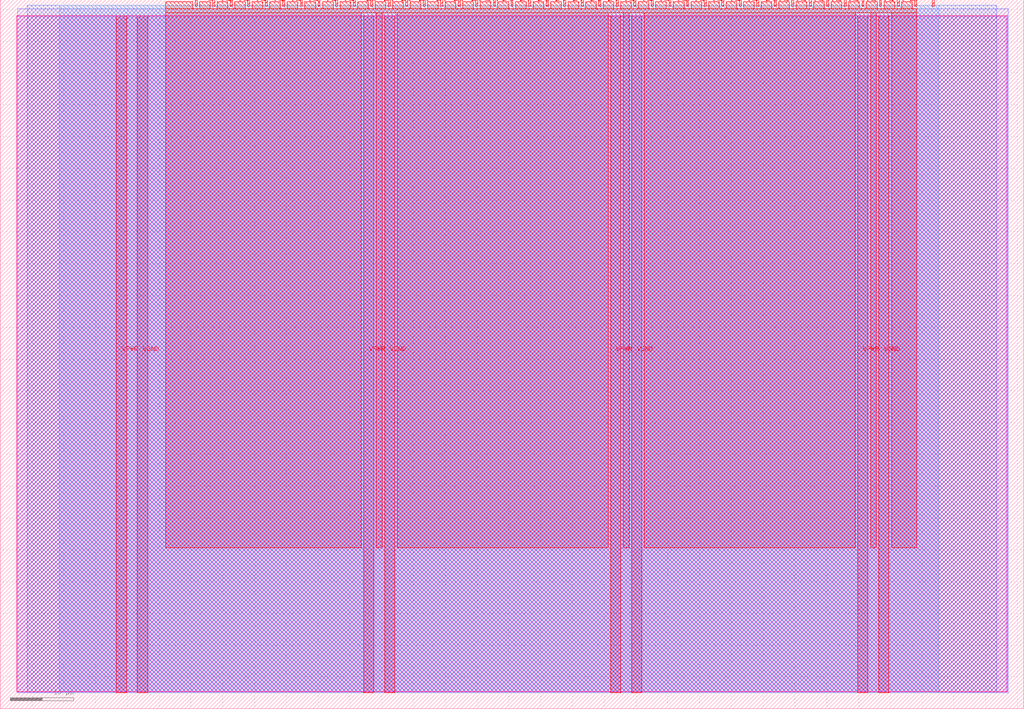
<source format=lef>
VERSION 5.7 ;
  NOWIREEXTENSIONATPIN ON ;
  DIVIDERCHAR "/" ;
  BUSBITCHARS "[]" ;
MACRO tt_um_shuangyu_top
  CLASS BLOCK ;
  FOREIGN tt_um_shuangyu_top ;
  ORIGIN 0.000 0.000 ;
  SIZE 161.000 BY 111.520 ;
  PIN VGND
    DIRECTION INOUT ;
    USE GROUND ;
    PORT
      LAYER met4 ;
        RECT 21.580 2.480 23.180 109.040 ;
    END
    PORT
      LAYER met4 ;
        RECT 60.450 2.480 62.050 109.040 ;
    END
    PORT
      LAYER met4 ;
        RECT 99.320 2.480 100.920 109.040 ;
    END
    PORT
      LAYER met4 ;
        RECT 138.190 2.480 139.790 109.040 ;
    END
  END VGND
  PIN VPWR
    DIRECTION INOUT ;
    USE POWER ;
    PORT
      LAYER met4 ;
        RECT 18.280 2.480 19.880 109.040 ;
    END
    PORT
      LAYER met4 ;
        RECT 57.150 2.480 58.750 109.040 ;
    END
    PORT
      LAYER met4 ;
        RECT 96.020 2.480 97.620 109.040 ;
    END
    PORT
      LAYER met4 ;
        RECT 134.890 2.480 136.490 109.040 ;
    END
  END VPWR
  PIN clk
    DIRECTION INPUT ;
    USE SIGNAL ;
    ANTENNAGATEAREA 0.852000 ;
    PORT
      LAYER met4 ;
        RECT 143.830 110.520 144.130 111.520 ;
    END
  END clk
  PIN ena
    DIRECTION INPUT ;
    USE SIGNAL ;
    PORT
      LAYER met4 ;
        RECT 146.590 110.520 146.890 111.520 ;
    END
  END ena
  PIN rst_n
    DIRECTION INPUT ;
    USE SIGNAL ;
    ANTENNAGATEAREA 0.213000 ;
    PORT
      LAYER met4 ;
        RECT 141.070 110.520 141.370 111.520 ;
    END
  END rst_n
  PIN ui_in[0]
    DIRECTION INPUT ;
    USE SIGNAL ;
    ANTENNAGATEAREA 0.196500 ;
    PORT
      LAYER met4 ;
        RECT 138.310 110.520 138.610 111.520 ;
    END
  END ui_in[0]
  PIN ui_in[1]
    DIRECTION INPUT ;
    USE SIGNAL ;
    ANTENNAGATEAREA 0.196500 ;
    PORT
      LAYER met4 ;
        RECT 135.550 110.520 135.850 111.520 ;
    END
  END ui_in[1]
  PIN ui_in[2]
    DIRECTION INPUT ;
    USE SIGNAL ;
    ANTENNAGATEAREA 0.196500 ;
    PORT
      LAYER met4 ;
        RECT 132.790 110.520 133.090 111.520 ;
    END
  END ui_in[2]
  PIN ui_in[3]
    DIRECTION INPUT ;
    USE SIGNAL ;
    ANTENNAGATEAREA 0.196500 ;
    PORT
      LAYER met4 ;
        RECT 130.030 110.520 130.330 111.520 ;
    END
  END ui_in[3]
  PIN ui_in[4]
    DIRECTION INPUT ;
    USE SIGNAL ;
    PORT
      LAYER met4 ;
        RECT 127.270 110.520 127.570 111.520 ;
    END
  END ui_in[4]
  PIN ui_in[5]
    DIRECTION INPUT ;
    USE SIGNAL ;
    PORT
      LAYER met4 ;
        RECT 124.510 110.520 124.810 111.520 ;
    END
  END ui_in[5]
  PIN ui_in[6]
    DIRECTION INPUT ;
    USE SIGNAL ;
    PORT
      LAYER met4 ;
        RECT 121.750 110.520 122.050 111.520 ;
    END
  END ui_in[6]
  PIN ui_in[7]
    DIRECTION INPUT ;
    USE SIGNAL ;
    PORT
      LAYER met4 ;
        RECT 118.990 110.520 119.290 111.520 ;
    END
  END ui_in[7]
  PIN uio_in[0]
    DIRECTION INPUT ;
    USE SIGNAL ;
    PORT
      LAYER met4 ;
        RECT 116.230 110.520 116.530 111.520 ;
    END
  END uio_in[0]
  PIN uio_in[1]
    DIRECTION INPUT ;
    USE SIGNAL ;
    PORT
      LAYER met4 ;
        RECT 113.470 110.520 113.770 111.520 ;
    END
  END uio_in[1]
  PIN uio_in[2]
    DIRECTION INPUT ;
    USE SIGNAL ;
    PORT
      LAYER met4 ;
        RECT 110.710 110.520 111.010 111.520 ;
    END
  END uio_in[2]
  PIN uio_in[3]
    DIRECTION INPUT ;
    USE SIGNAL ;
    PORT
      LAYER met4 ;
        RECT 107.950 110.520 108.250 111.520 ;
    END
  END uio_in[3]
  PIN uio_in[4]
    DIRECTION INPUT ;
    USE SIGNAL ;
    PORT
      LAYER met4 ;
        RECT 105.190 110.520 105.490 111.520 ;
    END
  END uio_in[4]
  PIN uio_in[5]
    DIRECTION INPUT ;
    USE SIGNAL ;
    PORT
      LAYER met4 ;
        RECT 102.430 110.520 102.730 111.520 ;
    END
  END uio_in[5]
  PIN uio_in[6]
    DIRECTION INPUT ;
    USE SIGNAL ;
    PORT
      LAYER met4 ;
        RECT 99.670 110.520 99.970 111.520 ;
    END
  END uio_in[6]
  PIN uio_in[7]
    DIRECTION INPUT ;
    USE SIGNAL ;
    PORT
      LAYER met4 ;
        RECT 96.910 110.520 97.210 111.520 ;
    END
  END uio_in[7]
  PIN uio_oe[0]
    DIRECTION OUTPUT ;
    USE SIGNAL ;
    PORT
      LAYER met4 ;
        RECT 49.990 110.520 50.290 111.520 ;
    END
  END uio_oe[0]
  PIN uio_oe[1]
    DIRECTION OUTPUT ;
    USE SIGNAL ;
    PORT
      LAYER met4 ;
        RECT 47.230 110.520 47.530 111.520 ;
    END
  END uio_oe[1]
  PIN uio_oe[2]
    DIRECTION OUTPUT ;
    USE SIGNAL ;
    PORT
      LAYER met4 ;
        RECT 44.470 110.520 44.770 111.520 ;
    END
  END uio_oe[2]
  PIN uio_oe[3]
    DIRECTION OUTPUT ;
    USE SIGNAL ;
    PORT
      LAYER met4 ;
        RECT 41.710 110.520 42.010 111.520 ;
    END
  END uio_oe[3]
  PIN uio_oe[4]
    DIRECTION OUTPUT ;
    USE SIGNAL ;
    PORT
      LAYER met4 ;
        RECT 38.950 110.520 39.250 111.520 ;
    END
  END uio_oe[4]
  PIN uio_oe[5]
    DIRECTION OUTPUT ;
    USE SIGNAL ;
    PORT
      LAYER met4 ;
        RECT 36.190 110.520 36.490 111.520 ;
    END
  END uio_oe[5]
  PIN uio_oe[6]
    DIRECTION OUTPUT ;
    USE SIGNAL ;
    PORT
      LAYER met4 ;
        RECT 33.430 110.520 33.730 111.520 ;
    END
  END uio_oe[6]
  PIN uio_oe[7]
    DIRECTION OUTPUT ;
    USE SIGNAL ;
    PORT
      LAYER met4 ;
        RECT 30.670 110.520 30.970 111.520 ;
    END
  END uio_oe[7]
  PIN uio_out[0]
    DIRECTION OUTPUT ;
    USE SIGNAL ;
    PORT
      LAYER met4 ;
        RECT 72.070 110.520 72.370 111.520 ;
    END
  END uio_out[0]
  PIN uio_out[1]
    DIRECTION OUTPUT ;
    USE SIGNAL ;
    ANTENNADIFFAREA 0.445500 ;
    PORT
      LAYER met4 ;
        RECT 69.310 110.520 69.610 111.520 ;
    END
  END uio_out[1]
  PIN uio_out[2]
    DIRECTION OUTPUT ;
    USE SIGNAL ;
    ANTENNADIFFAREA 0.445500 ;
    PORT
      LAYER met4 ;
        RECT 66.550 110.520 66.850 111.520 ;
    END
  END uio_out[2]
  PIN uio_out[3]
    DIRECTION OUTPUT ;
    USE SIGNAL ;
    ANTENNADIFFAREA 0.445500 ;
    PORT
      LAYER met4 ;
        RECT 63.790 110.520 64.090 111.520 ;
    END
  END uio_out[3]
  PIN uio_out[4]
    DIRECTION OUTPUT ;
    USE SIGNAL ;
    ANTENNAGATEAREA 0.756000 ;
    ANTENNADIFFAREA 1.320000 ;
    PORT
      LAYER met4 ;
        RECT 61.030 110.520 61.330 111.520 ;
    END
  END uio_out[4]
  PIN uio_out[5]
    DIRECTION OUTPUT ;
    USE SIGNAL ;
    ANTENNAGATEAREA 0.756000 ;
    ANTENNADIFFAREA 0.891000 ;
    PORT
      LAYER met4 ;
        RECT 58.270 110.520 58.570 111.520 ;
    END
  END uio_out[5]
  PIN uio_out[6]
    DIRECTION OUTPUT ;
    USE SIGNAL ;
    ANTENNAGATEAREA 0.756000 ;
    ANTENNADIFFAREA 0.891000 ;
    PORT
      LAYER met4 ;
        RECT 55.510 110.520 55.810 111.520 ;
    END
  END uio_out[6]
  PIN uio_out[7]
    DIRECTION OUTPUT ;
    USE SIGNAL ;
    ANTENNAGATEAREA 0.756000 ;
    ANTENNADIFFAREA 0.891000 ;
    PORT
      LAYER met4 ;
        RECT 52.750 110.520 53.050 111.520 ;
    END
  END uio_out[7]
  PIN uo_out[0]
    DIRECTION OUTPUT ;
    USE SIGNAL ;
    ANTENNADIFFAREA 0.891000 ;
    PORT
      LAYER met4 ;
        RECT 94.150 110.520 94.450 111.520 ;
    END
  END uo_out[0]
  PIN uo_out[1]
    DIRECTION OUTPUT ;
    USE SIGNAL ;
    ANTENNADIFFAREA 0.891000 ;
    PORT
      LAYER met4 ;
        RECT 91.390 110.520 91.690 111.520 ;
    END
  END uo_out[1]
  PIN uo_out[2]
    DIRECTION OUTPUT ;
    USE SIGNAL ;
    ANTENNADIFFAREA 0.891000 ;
    PORT
      LAYER met4 ;
        RECT 88.630 110.520 88.930 111.520 ;
    END
  END uo_out[2]
  PIN uo_out[3]
    DIRECTION OUTPUT ;
    USE SIGNAL ;
    ANTENNADIFFAREA 0.891000 ;
    PORT
      LAYER met4 ;
        RECT 85.870 110.520 86.170 111.520 ;
    END
  END uo_out[3]
  PIN uo_out[4]
    DIRECTION OUTPUT ;
    USE SIGNAL ;
    ANTENNADIFFAREA 0.891000 ;
    PORT
      LAYER met4 ;
        RECT 83.110 110.520 83.410 111.520 ;
    END
  END uo_out[4]
  PIN uo_out[5]
    DIRECTION OUTPUT ;
    USE SIGNAL ;
    ANTENNADIFFAREA 0.891000 ;
    PORT
      LAYER met4 ;
        RECT 80.350 110.520 80.650 111.520 ;
    END
  END uo_out[5]
  PIN uo_out[6]
    DIRECTION OUTPUT ;
    USE SIGNAL ;
    ANTENNADIFFAREA 0.445500 ;
    PORT
      LAYER met4 ;
        RECT 77.590 110.520 77.890 111.520 ;
    END
  END uo_out[6]
  PIN uo_out[7]
    DIRECTION OUTPUT ;
    USE SIGNAL ;
    PORT
      LAYER met4 ;
        RECT 74.830 110.520 75.130 111.520 ;
    END
  END uo_out[7]
  OBS
      LAYER nwell ;
        RECT 2.570 2.635 158.430 108.990 ;
      LAYER li1 ;
        RECT 2.760 2.635 158.240 108.885 ;
      LAYER met1 ;
        RECT 2.760 2.480 158.540 110.120 ;
      LAYER met2 ;
        RECT 4.240 2.535 156.760 110.685 ;
      LAYER met3 ;
        RECT 9.265 2.555 147.595 110.665 ;
      LAYER met4 ;
        RECT 26.055 110.120 30.270 111.170 ;
        RECT 31.370 110.120 33.030 111.170 ;
        RECT 34.130 110.120 35.790 111.170 ;
        RECT 36.890 110.120 38.550 111.170 ;
        RECT 39.650 110.120 41.310 111.170 ;
        RECT 42.410 110.120 44.070 111.170 ;
        RECT 45.170 110.120 46.830 111.170 ;
        RECT 47.930 110.120 49.590 111.170 ;
        RECT 50.690 110.120 52.350 111.170 ;
        RECT 53.450 110.120 55.110 111.170 ;
        RECT 56.210 110.120 57.870 111.170 ;
        RECT 58.970 110.120 60.630 111.170 ;
        RECT 61.730 110.120 63.390 111.170 ;
        RECT 64.490 110.120 66.150 111.170 ;
        RECT 67.250 110.120 68.910 111.170 ;
        RECT 70.010 110.120 71.670 111.170 ;
        RECT 72.770 110.120 74.430 111.170 ;
        RECT 75.530 110.120 77.190 111.170 ;
        RECT 78.290 110.120 79.950 111.170 ;
        RECT 81.050 110.120 82.710 111.170 ;
        RECT 83.810 110.120 85.470 111.170 ;
        RECT 86.570 110.120 88.230 111.170 ;
        RECT 89.330 110.120 90.990 111.170 ;
        RECT 92.090 110.120 93.750 111.170 ;
        RECT 94.850 110.120 96.510 111.170 ;
        RECT 97.610 110.120 99.270 111.170 ;
        RECT 100.370 110.120 102.030 111.170 ;
        RECT 103.130 110.120 104.790 111.170 ;
        RECT 105.890 110.120 107.550 111.170 ;
        RECT 108.650 110.120 110.310 111.170 ;
        RECT 111.410 110.120 113.070 111.170 ;
        RECT 114.170 110.120 115.830 111.170 ;
        RECT 116.930 110.120 118.590 111.170 ;
        RECT 119.690 110.120 121.350 111.170 ;
        RECT 122.450 110.120 124.110 111.170 ;
        RECT 125.210 110.120 126.870 111.170 ;
        RECT 127.970 110.120 129.630 111.170 ;
        RECT 130.730 110.120 132.390 111.170 ;
        RECT 133.490 110.120 135.150 111.170 ;
        RECT 136.250 110.120 137.910 111.170 ;
        RECT 139.010 110.120 140.670 111.170 ;
        RECT 141.770 110.120 143.430 111.170 ;
        RECT 26.055 109.440 144.145 110.120 ;
        RECT 26.055 25.335 56.750 109.440 ;
        RECT 59.150 25.335 60.050 109.440 ;
        RECT 62.450 25.335 95.620 109.440 ;
        RECT 98.020 25.335 98.920 109.440 ;
        RECT 101.320 25.335 134.490 109.440 ;
        RECT 136.890 25.335 137.790 109.440 ;
        RECT 140.190 25.335 144.145 109.440 ;
  END
END tt_um_shuangyu_top
END LIBRARY


</source>
